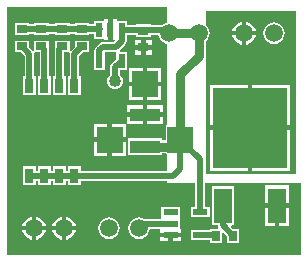
<source format=gtl>
%FSLAX24Y24*%
%MOIN*%
G70*
G01*
G75*
G04 Layer_Physical_Order=1*
G04 Layer_Color=255*
%ADD10R,0.1024X0.0433*%
%ADD11R,0.0591X0.1181*%
%ADD12R,0.2461X0.2677*%
%ADD13R,0.0276X0.0354*%
%ADD14R,0.0244X0.0480*%
%ADD15R,0.0354X0.0315*%
%ADD16R,0.0512X0.0217*%
%ADD17R,0.0354X0.0276*%
%ADD18R,0.0299X0.0500*%
%ADD19C,0.0200*%
%ADD20C,0.0300*%
%ADD21R,0.0866X0.0866*%
%ADD22C,0.0591*%
%ADD23C,0.0400*%
G36*
X15450Y17852D02*
X15407Y17846D01*
X15321Y17810D01*
X15280Y17779D01*
X14887D01*
Y17793D01*
X14413D01*
Y17779D01*
X14106D01*
Y17916D01*
X13772D01*
Y17956D01*
X13625D01*
Y17616D01*
Y17276D01*
X13680D01*
X13688Y17255D01*
X13660Y17213D01*
X13300D01*
X13238Y17201D01*
X13185Y17165D01*
X13061Y17041D01*
X13025Y16988D01*
X13013Y16926D01*
Y16884D01*
X12994D01*
Y16284D01*
X13358D01*
Y16877D01*
X13368Y16887D01*
X13742D01*
Y16887D01*
Y16884D01*
D01*
Y16884D01*
X13742D01*
D01*
Y16633D01*
X13585Y16476D01*
X13549Y16423D01*
X13537Y16360D01*
Y16103D01*
X13515Y16085D01*
X13473Y16031D01*
X13447Y15968D01*
X13438Y15900D01*
X13447Y15832D01*
X13473Y15769D01*
X13515Y15715D01*
X13569Y15673D01*
X13632Y15647D01*
X13700Y15638D01*
X13768Y15647D01*
X13831Y15673D01*
X13885Y15715D01*
X13927Y15769D01*
X13953Y15832D01*
X13962Y15900D01*
X13953Y15968D01*
X13927Y16031D01*
X13885Y16085D01*
X13863Y16103D01*
Y16284D01*
X14106D01*
Y16884D01*
X13876D01*
X13862Y16932D01*
X13865Y16935D01*
X14039Y17109D01*
X14075Y17162D01*
X14087Y17224D01*
Y17316D01*
X14106D01*
Y17453D01*
X14413D01*
Y17358D01*
X14887D01*
Y17453D01*
X15148D01*
X15154Y17407D01*
X15190Y17321D01*
X15247Y17247D01*
X15321Y17190D01*
X15407Y17154D01*
X15450Y17148D01*
Y14443D01*
X15388D01*
Y13933D01*
X15272D01*
Y13995D01*
X14128D01*
Y13442D01*
X15272D01*
Y13504D01*
X15388D01*
Y13457D01*
X15450D01*
Y12913D01*
X12560D01*
Y13060D01*
X12140D01*
Y12913D01*
X12060D01*
Y13060D01*
X11640D01*
Y12913D01*
X11560D01*
Y13060D01*
X11140D01*
Y12913D01*
X11060D01*
Y13060D01*
X10640D01*
Y12440D01*
X11060D01*
Y12587D01*
X11140D01*
Y12440D01*
X11560D01*
Y12587D01*
X11640D01*
Y12440D01*
X12060D01*
Y12587D01*
X12140D01*
Y12440D01*
X12560D01*
Y12587D01*
X15450D01*
Y12500D01*
X16379D01*
Y11692D01*
X16226D01*
Y11356D01*
X16858D01*
Y11692D01*
X16705D01*
Y12500D01*
X19888D01*
Y10112D01*
X10112D01*
Y18388D01*
X15450D01*
Y17852D01*
D02*
G37*
G36*
X19750Y12800D02*
X16750D01*
Y17244D01*
X16753Y17247D01*
X16810Y17321D01*
X16846Y17407D01*
X16858Y17500D01*
X16846Y17593D01*
X16810Y17679D01*
X16753Y17753D01*
X16750Y17756D01*
Y18250D01*
X19750D01*
Y12800D01*
D02*
G37*
%LPC*%
G36*
X15874Y11692D02*
X15242D01*
Y11356D01*
X15242Y11356D01*
X15242Y11318D01*
D01*
X15242Y11313D01*
X14672D01*
X14593Y11346D01*
X14500Y11358D01*
X14407Y11346D01*
X14321Y11310D01*
X14247Y11253D01*
X14190Y11179D01*
X14154Y11093D01*
X14142Y11000D01*
X14154Y10907D01*
X14190Y10821D01*
X14247Y10747D01*
X14321Y10690D01*
X14407Y10654D01*
X14500Y10642D01*
X14593Y10654D01*
X14679Y10690D01*
X14753Y10747D01*
X14810Y10821D01*
X14846Y10907D01*
X14857Y10987D01*
X15202D01*
Y10984D01*
X15202Y10984D01*
X15202Y10984D01*
Y10851D01*
X15914D01*
Y10984D01*
X15874D01*
Y11318D01*
D01*
Y11318D01*
X15874Y11318D01*
Y11356D01*
X15874D01*
Y11692D01*
D02*
G37*
G36*
X19495Y12441D02*
X18705D01*
Y11825D01*
X19495D01*
Y12441D01*
D02*
G37*
G36*
X11075Y11389D02*
Y11075D01*
X11389D01*
X11385Y11103D01*
X11345Y11199D01*
X11282Y11282D01*
X11199Y11345D01*
X11103Y11385D01*
X11075Y11389D01*
D02*
G37*
G36*
X11925D02*
X11897Y11385D01*
X11801Y11345D01*
X11718Y11282D01*
X11655Y11199D01*
X11615Y11103D01*
X11611Y11075D01*
X11925D01*
Y11389D01*
D02*
G37*
G36*
X12075D02*
Y11075D01*
X12389D01*
X12385Y11103D01*
X12345Y11199D01*
X12282Y11282D01*
X12199Y11345D01*
X12103Y11385D01*
X12075Y11389D01*
D02*
G37*
G36*
X14052Y13875D02*
X13594D01*
Y13417D01*
X14052D01*
Y13875D01*
D02*
G37*
G36*
X13444Y14483D02*
X12986D01*
Y14025D01*
X13444D01*
Y14483D01*
D02*
G37*
G36*
Y13875D02*
X12986D01*
Y13417D01*
X13444D01*
Y13875D01*
D02*
G37*
G36*
X18125Y14273D02*
X16870D01*
Y12910D01*
X18125D01*
Y14273D01*
D02*
G37*
G36*
X19530D02*
X18275D01*
Y12910D01*
X19530D01*
Y14273D01*
D02*
G37*
G36*
X10925Y10925D02*
X10611D01*
X10615Y10897D01*
X10655Y10801D01*
X10718Y10718D01*
X10801Y10655D01*
X10897Y10615D01*
X10925Y10611D01*
Y10925D01*
D02*
G37*
G36*
X11389D02*
X11075D01*
Y10611D01*
X11103Y10615D01*
X11199Y10655D01*
X11282Y10718D01*
X11345Y10801D01*
X11385Y10897D01*
X11389Y10925D01*
D02*
G37*
G36*
X15914Y10701D02*
X15633D01*
Y10568D01*
X15914D01*
Y10701D01*
D02*
G37*
G36*
X17655Y12401D02*
X16945D01*
Y11099D01*
X17137D01*
Y11095D01*
X17149Y11033D01*
X17150Y11031D01*
X17127Y10987D01*
X16857D01*
Y10944D01*
X16226D01*
Y10608D01*
X16857D01*
Y10513D01*
X17253D01*
Y10847D01*
X17299Y10866D01*
X17447Y10717D01*
Y10513D01*
X17843D01*
Y10987D01*
X17639D01*
X17573Y11053D01*
X17592Y11099D01*
X17655D01*
Y12401D01*
D02*
G37*
G36*
X15483Y10701D02*
X15202D01*
Y10568D01*
X15483D01*
Y10701D01*
D02*
G37*
G36*
X11925Y10925D02*
X11611D01*
X11615Y10897D01*
X11655Y10801D01*
X11718Y10718D01*
X11801Y10655D01*
X11897Y10615D01*
X11925Y10611D01*
Y10925D01*
D02*
G37*
G36*
X19495Y11675D02*
X19175D01*
Y11059D01*
X19495D01*
Y11675D01*
D02*
G37*
G36*
X10925Y11389D02*
X10897Y11385D01*
X10801Y11345D01*
X10718Y11282D01*
X10655Y11199D01*
X10615Y11103D01*
X10611Y11075D01*
X10925D01*
Y11389D01*
D02*
G37*
G36*
X19025Y11675D02*
X18705D01*
Y11059D01*
X19025D01*
Y11675D01*
D02*
G37*
G36*
X12389Y10925D02*
X12075D01*
Y10611D01*
X12103Y10615D01*
X12199Y10655D01*
X12282Y10718D01*
X12345Y10801D01*
X12385Y10897D01*
X12389Y10925D01*
D02*
G37*
G36*
X13500Y11358D02*
X13407Y11346D01*
X13321Y11310D01*
X13247Y11253D01*
X13190Y11179D01*
X13154Y11093D01*
X13142Y11000D01*
X13154Y10907D01*
X13190Y10821D01*
X13247Y10747D01*
X13321Y10690D01*
X13407Y10654D01*
X13500Y10642D01*
X13593Y10654D01*
X13679Y10690D01*
X13753Y10747D01*
X13810Y10821D01*
X13846Y10907D01*
X13858Y11000D01*
X13846Y11093D01*
X13810Y11179D01*
X13753Y11253D01*
X13679Y11310D01*
X13593Y11346D01*
X13500Y11358D01*
D02*
G37*
G36*
X14575Y17282D02*
X14373D01*
Y17099D01*
X14575D01*
Y17282D01*
D02*
G37*
G36*
X14927D02*
X14725D01*
Y17099D01*
X14927D01*
Y17282D01*
D02*
G37*
G36*
X11487Y17253D02*
X11013D01*
Y16952D01*
X10965Y16920D01*
X10837Y17048D01*
Y17253D01*
X10363D01*
Y16857D01*
X10567D01*
X10687Y16737D01*
Y16060D01*
X10640D01*
Y15440D01*
X11060D01*
Y16060D01*
X11013D01*
Y16805D01*
X11010Y16818D01*
X11042Y16857D01*
X11187D01*
Y16060D01*
X11140D01*
Y15440D01*
X11560D01*
Y16060D01*
X11513D01*
Y16955D01*
X11501Y17017D01*
X11487Y17037D01*
Y17253D01*
D02*
G37*
G36*
X14927Y16949D02*
X14725D01*
Y16767D01*
X14927D01*
Y16949D01*
D02*
G37*
G36*
X12837Y17253D02*
X12363D01*
Y17048D01*
X12235Y16920D01*
X12187Y16952D01*
Y17253D01*
X11713D01*
Y17037D01*
X11699Y17017D01*
X11687Y16955D01*
Y16060D01*
X11640D01*
Y15440D01*
X12060D01*
Y16060D01*
X12013D01*
Y16857D01*
X12158D01*
X12190Y16818D01*
X12187Y16805D01*
Y16060D01*
X12140D01*
Y15440D01*
X12560D01*
Y16060D01*
X12513D01*
Y16737D01*
X12633Y16857D01*
X12837D01*
Y17253D01*
D02*
G37*
G36*
X17925Y17425D02*
X17611D01*
X17615Y17397D01*
X17655Y17301D01*
X17718Y17218D01*
X17801Y17155D01*
X17897Y17115D01*
X17925Y17111D01*
Y17425D01*
D02*
G37*
G36*
X18075Y17889D02*
Y17575D01*
X18389D01*
X18385Y17603D01*
X18345Y17699D01*
X18282Y17782D01*
X18199Y17845D01*
X18103Y17885D01*
X18075Y17889D01*
D02*
G37*
G36*
X13475Y17956D02*
X13328D01*
Y17916D01*
X12994D01*
Y17808D01*
X12837D01*
Y17843D01*
X12363D01*
Y17808D01*
X12187D01*
Y17843D01*
X11713D01*
Y17808D01*
X11487D01*
Y17843D01*
X11013D01*
Y17808D01*
X10837D01*
Y17843D01*
X10363D01*
Y17447D01*
X10837D01*
Y17482D01*
X11013D01*
Y17447D01*
X11487D01*
Y17482D01*
X11713D01*
Y17447D01*
X12187D01*
Y17482D01*
X12363D01*
Y17447D01*
X12837D01*
Y17482D01*
X12994D01*
Y17316D01*
X13328D01*
Y17276D01*
X13475D01*
Y17616D01*
Y17956D01*
D02*
G37*
G36*
X17925Y17889D02*
X17897Y17885D01*
X17801Y17845D01*
X17718Y17782D01*
X17655Y17699D01*
X17615Y17603D01*
X17611Y17575D01*
X17925D01*
Y17889D01*
D02*
G37*
G36*
X18389Y17425D02*
X18075D01*
Y17111D01*
X18103Y17115D01*
X18199Y17155D01*
X18282Y17218D01*
X18345Y17301D01*
X18385Y17397D01*
X18389Y17425D01*
D02*
G37*
G36*
X19000Y17858D02*
X18907Y17846D01*
X18821Y17810D01*
X18747Y17753D01*
X18690Y17679D01*
X18654Y17593D01*
X18642Y17500D01*
X18654Y17407D01*
X18690Y17321D01*
X18747Y17247D01*
X18821Y17190D01*
X18907Y17154D01*
X19000Y17142D01*
X19093Y17154D01*
X19179Y17190D01*
X19253Y17247D01*
X19310Y17321D01*
X19346Y17407D01*
X19358Y17500D01*
X19346Y17593D01*
X19310Y17679D01*
X19253Y17753D01*
X19179Y17810D01*
X19093Y17846D01*
X19000Y17858D01*
D02*
G37*
G36*
X15312Y14706D02*
X14775D01*
Y14465D01*
X15312D01*
Y14706D01*
D02*
G37*
G36*
X14625Y15098D02*
X14088D01*
Y14856D01*
X14625D01*
Y15098D01*
D02*
G37*
G36*
X19530Y15787D02*
X18275D01*
Y14423D01*
X19530D01*
Y15787D01*
D02*
G37*
G36*
X14625Y14706D02*
X14088D01*
Y14483D01*
X14052D01*
Y14483D01*
X13594D01*
Y14025D01*
X14052D01*
Y14465D01*
X14088D01*
Y14465D01*
X14625D01*
Y14706D01*
D02*
G37*
G36*
X18125Y15787D02*
X16870D01*
Y14423D01*
X18125D01*
Y15787D01*
D02*
G37*
G36*
X15312Y15098D02*
X14775D01*
Y14856D01*
X15312D01*
Y15098D01*
D02*
G37*
G36*
X15233Y16333D02*
X14775D01*
Y15875D01*
X15233D01*
Y16333D01*
D02*
G37*
G36*
X14575Y16949D02*
X14373D01*
Y16767D01*
X14575D01*
Y16949D01*
D02*
G37*
G36*
X14625Y16333D02*
X14167D01*
Y15875D01*
X14625D01*
Y16333D01*
D02*
G37*
G36*
Y15725D02*
X14167D01*
Y15267D01*
X14625D01*
Y15725D01*
D02*
G37*
G36*
X15233D02*
X14775D01*
Y15267D01*
X15233D01*
Y15725D01*
D02*
G37*
%LPD*%
D10*
X14700Y13719D02*
D03*
Y14782D02*
D03*
D11*
X17300Y11750D02*
D03*
X19100D02*
D03*
D12*
X18200Y14348D02*
D03*
D13*
X17645Y10750D02*
D03*
X17055D02*
D03*
D14*
X13924Y16584D02*
D03*
X13176D02*
D03*
Y17616D02*
D03*
X13550D02*
D03*
X13924D02*
D03*
D15*
X14650Y17024D02*
D03*
Y17576D02*
D03*
D16*
X15558Y11524D02*
D03*
Y11150D02*
D03*
Y10776D02*
D03*
X16542D02*
D03*
Y11524D02*
D03*
D17*
X11250Y17645D02*
D03*
Y17055D02*
D03*
X11950Y17645D02*
D03*
Y17055D02*
D03*
X12600Y17645D02*
D03*
Y17055D02*
D03*
X10600Y17645D02*
D03*
Y17055D02*
D03*
D18*
X10850Y15750D02*
D03*
X11350D02*
D03*
X11850D02*
D03*
X12350D02*
D03*
Y12750D02*
D03*
X11850D02*
D03*
X11350D02*
D03*
X10850D02*
D03*
D19*
X13924Y17616D02*
X15384D01*
X13176Y16584D02*
Y16926D01*
X13300Y17050D01*
X13750D01*
X13924Y17224D01*
Y17616D01*
X13700Y15900D02*
Y16360D01*
X13924Y16584D01*
X15384Y17616D02*
X15500Y17500D01*
X12600Y17645D02*
X13206D01*
X11850Y12750D02*
X12350D01*
X15881Y12981D02*
Y13950D01*
X15650Y12750D02*
X15881Y12981D01*
X12500Y12750D02*
X15650D01*
X14650Y11150D02*
X15558D01*
X14500Y11000D02*
X14650Y11150D01*
X11350Y12750D02*
X11850D01*
X10850D02*
X11350D01*
X11950Y17645D02*
X12600D01*
X11250D02*
X11950D01*
X10600D02*
X11250D01*
X12350Y16805D02*
X12600Y17055D01*
X12350Y15750D02*
Y16805D01*
X11850Y16955D02*
X11950Y17055D01*
X11850Y15750D02*
Y16955D01*
X11250Y17055D02*
X11350Y16955D01*
Y15750D02*
Y16955D01*
X10600Y17055D02*
X10850Y16805D01*
Y15750D02*
Y16805D01*
X16542Y11524D02*
Y13289D01*
X15881Y13950D02*
X16542Y13289D01*
Y10776D02*
X17029D01*
X17300Y11095D02*
Y11750D01*
Y11095D02*
X17645Y10750D01*
D20*
X15650Y13719D02*
X15881Y13950D01*
X14700Y13719D02*
X15650D01*
X15500Y17500D02*
X16500D01*
Y16750D02*
Y17500D01*
X15881Y16131D02*
X16500Y16750D01*
X15881Y13950D02*
Y16131D01*
D21*
Y13950D02*
D03*
X13519D02*
D03*
X14700Y15800D02*
D03*
D22*
X16500Y17500D02*
D03*
X15500D02*
D03*
X12000Y11000D02*
D03*
X11000D02*
D03*
X13500D02*
D03*
X14500D02*
D03*
X18000Y17500D02*
D03*
X19000D02*
D03*
D23*
X13700Y15900D02*
D03*
M02*

</source>
